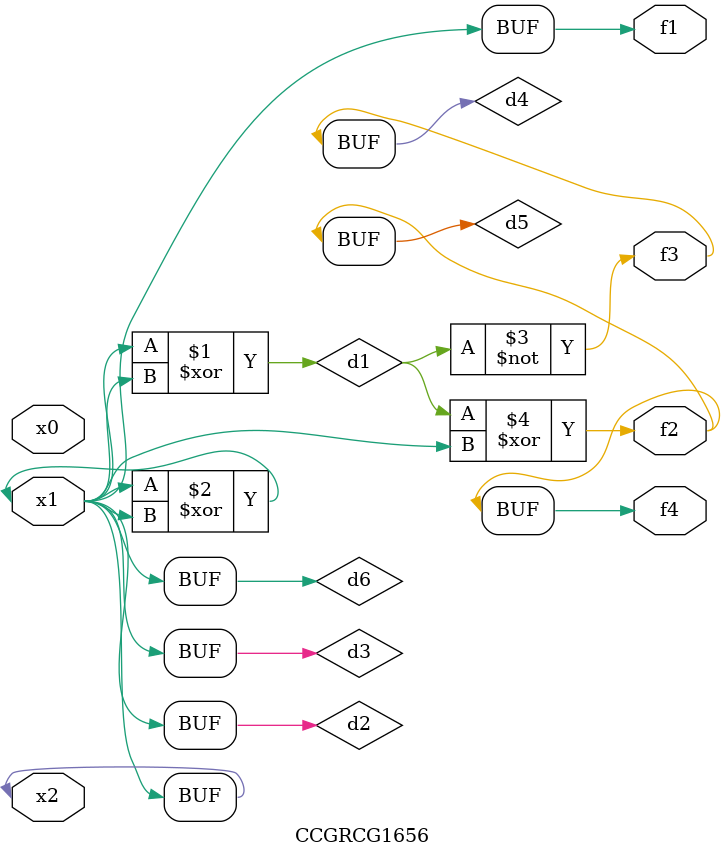
<source format=v>
module CCGRCG1656(
	input x0, x1, x2,
	output f1, f2, f3, f4
);

	wire d1, d2, d3, d4, d5, d6;

	xor (d1, x1, x2);
	buf (d2, x1, x2);
	xor (d3, x1, x2);
	nor (d4, d1);
	xor (d5, d1, d2);
	buf (d6, d2, d3);
	assign f1 = d6;
	assign f2 = d5;
	assign f3 = d4;
	assign f4 = d5;
endmodule

</source>
